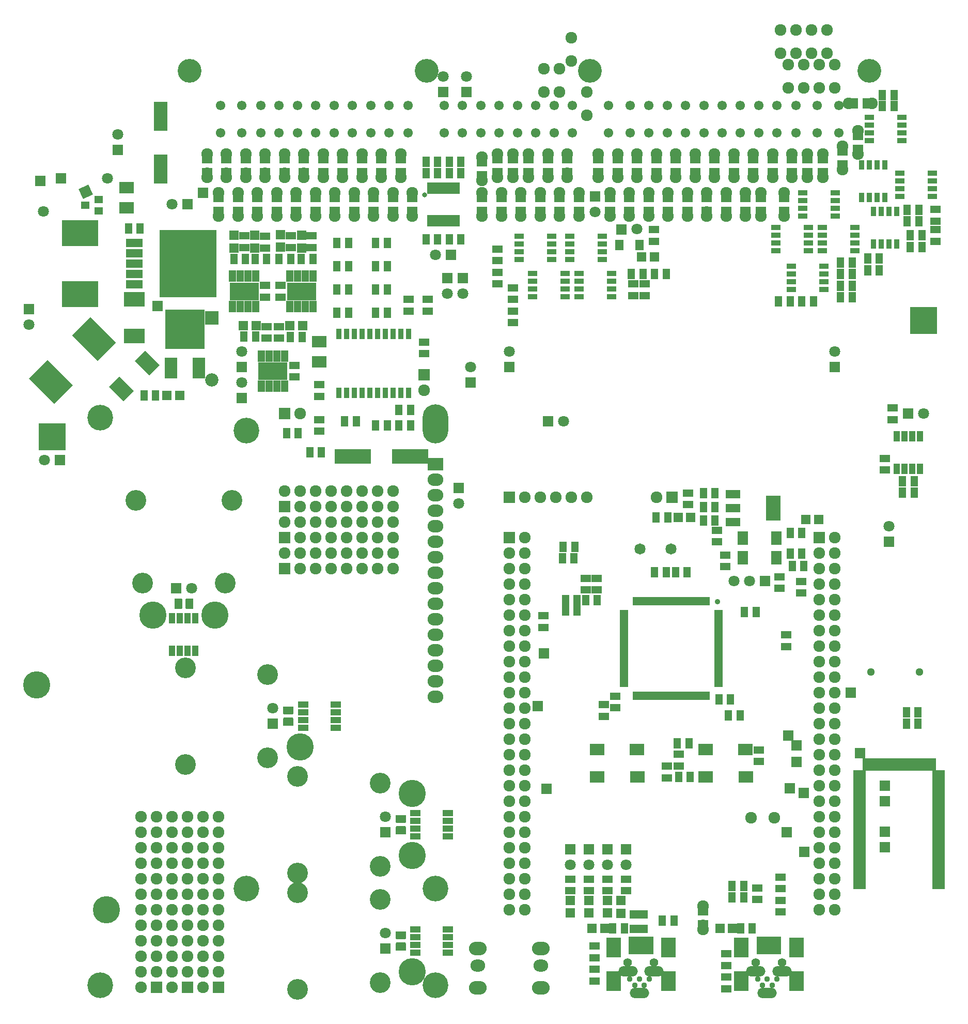
<source format=gts>
G04 (created by PCBNEW (2013-07-07 BZR 4022)-stable) date 03/11/2014 14:59:00*
%MOIN*%
G04 Gerber Fmt 3.4, Leading zero omitted, Abs format*
%FSLAX34Y34*%
G01*
G70*
G90*
G04 APERTURE LIST*
%ADD10C,0.00393701*%
%ADD11C,0.165748*%
%ADD12O,0.100748X0.080748*%
%ADD13R,0.100748X0.080748*%
%ADD14O,0.165748X0.251968*%
%ADD15R,0.055748X0.025748*%
%ADD16R,0.025748X0.055748*%
%ADD17C,0.035748*%
%ADD18R,0.033448X0.074748*%
%ADD19C,0.032*%
%ADD20R,0.070748X0.050748*%
%ADD21C,0.075748*%
%ADD22R,0.023748X0.075748*%
%ADD23C,0.061048*%
%ADD24C,0.153548*%
%ADD25R,0.050748X0.070748*%
%ADD26R,0.070748X0.070748*%
%ADD27C,0.070748*%
%ADD28R,0.062948X0.062948*%
%ADD29R,0.075748X0.075748*%
%ADD30R,0.095748X0.159748*%
%ADD31R,0.095748X0.055748*%
%ADD32C,0.071748*%
%ADD33R,0.0433071X0.0551181*%
%ADD34R,0.0944882X0.0748031*%
%ADD35R,0.175748X0.175748*%
%ADD36R,0.133848X0.094448*%
%ADD37R,0.232248X0.167348*%
%ADD38R,0.105748X0.057748*%
%ADD39R,0.365748X0.435748*%
%ADD40R,0.080748X0.135748*%
%ADD41R,0.255748X0.255748*%
%ADD42R,0.090548X0.188948*%
%ADD43R,0.095748X0.075748*%
%ADD44R,0.055148X0.047248*%
%ADD45C,0.085748*%
%ADD46R,0.085748X0.085748*%
%ADD47R,0.232248X0.094448*%
%ADD48R,0.035748X0.065748*%
%ADD49C,0.050748*%
%ADD50R,0.060748X0.035748*%
%ADD51R,0.035748X0.060748*%
%ADD52R,0.053748X0.065748*%
%ADD53R,0.039348X0.070848*%
%ADD54R,0.190748X0.115748*%
%ADD55R,0.045748X0.075748*%
%ADD56C,0.037748*%
%ADD57O,0.125748X0.065748*%
%ADD58R,0.035748X0.115748*%
%ADD59R,0.0944882X0.125748*%
%ADD60C,0.055748*%
%ADD61O,0.094448X0.078748*%
%ADD62O,0.114148X0.086648*%
%ADD63R,0.082648X0.062948*%
%ADD64R,0.062948X0.078648*%
%ADD65R,0.062948X0.082648*%
%ADD66C,0.133848*%
%ADD67R,0.070848X0.039348*%
%ADD68R,0.060748X0.040748*%
%ADD69C,0.175748*%
%ADD70R,0.040748X0.060748*%
%ADD71R,0.0669291X0.0905512*%
G04 APERTURE END LIST*
G54D10*
G54D11*
X57295Y-42584D03*
X57295Y-72112D03*
X69500Y-72112D03*
G54D12*
X69500Y-58750D03*
X69500Y-59750D03*
G54D13*
X69500Y-44750D03*
G54D12*
X69500Y-45750D03*
X69500Y-46750D03*
X69500Y-47750D03*
X69500Y-48750D03*
X69500Y-49750D03*
X69500Y-50750D03*
X69500Y-51750D03*
X69500Y-52750D03*
X69500Y-53750D03*
X69500Y-54750D03*
X69500Y-55750D03*
X69500Y-56750D03*
X69500Y-57750D03*
G54D14*
X69500Y-42167D03*
G54D11*
X69500Y-78364D03*
X47845Y-41750D03*
X47846Y-78364D03*
G54D15*
X87750Y-54274D03*
X87750Y-58994D03*
X87750Y-58794D03*
X87750Y-58604D03*
X87750Y-58404D03*
X87750Y-58204D03*
X87750Y-58014D03*
X87750Y-57814D03*
X87750Y-57614D03*
X87750Y-57424D03*
X87750Y-57224D03*
X87750Y-57024D03*
X87750Y-56824D03*
X87750Y-56634D03*
X87750Y-56434D03*
X87750Y-56234D03*
X87750Y-56044D03*
X87750Y-55844D03*
X87750Y-55644D03*
X87750Y-55454D03*
X87750Y-55254D03*
X87750Y-55054D03*
X87750Y-54864D03*
X87750Y-54664D03*
X87750Y-54464D03*
G54D16*
X87060Y-59684D03*
X82340Y-59684D03*
X82540Y-59684D03*
X82730Y-59684D03*
X82930Y-59684D03*
X83130Y-59684D03*
X83320Y-59684D03*
X83520Y-59684D03*
X83720Y-59684D03*
X83910Y-59684D03*
X84110Y-59684D03*
X84310Y-59684D03*
X84510Y-59684D03*
X84700Y-59684D03*
X84900Y-59684D03*
X85100Y-59684D03*
X85290Y-59684D03*
X85490Y-59684D03*
X85690Y-59684D03*
X85880Y-59684D03*
X86080Y-59684D03*
X86280Y-59684D03*
X86470Y-59684D03*
X86670Y-59684D03*
X86870Y-59684D03*
X87060Y-53584D03*
X86860Y-53584D03*
X86670Y-53584D03*
X86470Y-53584D03*
X86270Y-53584D03*
X86080Y-53584D03*
X85880Y-53584D03*
X85680Y-53584D03*
X85490Y-53584D03*
X85290Y-53584D03*
X85090Y-53584D03*
X84890Y-53584D03*
X84700Y-53584D03*
X84500Y-53584D03*
X84300Y-53584D03*
X84110Y-53584D03*
X83910Y-53584D03*
X83710Y-53584D03*
X83520Y-53584D03*
X83320Y-53584D03*
X83120Y-53584D03*
X82930Y-53584D03*
X82730Y-53584D03*
X82530Y-53584D03*
X82340Y-53584D03*
G54D15*
X81650Y-54274D03*
X81650Y-54474D03*
X81650Y-54664D03*
X81650Y-54864D03*
X81650Y-55064D03*
X81650Y-55254D03*
X81650Y-55454D03*
X81650Y-55654D03*
X81650Y-55844D03*
X81650Y-56044D03*
X81650Y-56244D03*
X81650Y-56444D03*
X81650Y-56634D03*
X81650Y-56834D03*
X81650Y-57034D03*
X81650Y-57224D03*
X81650Y-57424D03*
X81650Y-57624D03*
X81650Y-57814D03*
X81650Y-58014D03*
X81650Y-58214D03*
X81650Y-58404D03*
X81650Y-58604D03*
X81650Y-58804D03*
X81650Y-58994D03*
G54D17*
X87700Y-53634D03*
G54D18*
X69125Y-29059D03*
X69375Y-29059D03*
X69625Y-29059D03*
X69875Y-29059D03*
X70125Y-29059D03*
X70375Y-29059D03*
X70625Y-29059D03*
X70875Y-29059D03*
X70875Y-26941D03*
X70625Y-26941D03*
X70375Y-26941D03*
X70125Y-26941D03*
X69875Y-26941D03*
X69625Y-26941D03*
X69375Y-26941D03*
X69125Y-26941D03*
G54D19*
X68800Y-27400D03*
G54D20*
X78000Y-25875D03*
X78000Y-25125D03*
G54D21*
X78000Y-24750D03*
X78000Y-26250D03*
G54D22*
X78000Y-25000D03*
X78000Y-26000D03*
G54D20*
X61000Y-25875D03*
X61000Y-25125D03*
G54D21*
X61000Y-24750D03*
X61000Y-26250D03*
G54D22*
X61000Y-25000D03*
X61000Y-26000D03*
G54D20*
X59750Y-25875D03*
X59750Y-25125D03*
G54D21*
X59750Y-24750D03*
X59750Y-26250D03*
G54D22*
X59750Y-25000D03*
X59750Y-26000D03*
G54D20*
X58500Y-25875D03*
X58500Y-25125D03*
G54D21*
X58500Y-24750D03*
X58500Y-26250D03*
G54D22*
X58500Y-25000D03*
X58500Y-26000D03*
G54D20*
X57250Y-25875D03*
X57250Y-25125D03*
G54D21*
X57250Y-24750D03*
X57250Y-26250D03*
G54D22*
X57250Y-25000D03*
X57250Y-26000D03*
G54D20*
X54750Y-25875D03*
X54750Y-25125D03*
G54D21*
X54750Y-24750D03*
X54750Y-26250D03*
G54D22*
X54750Y-26000D03*
X54750Y-25000D03*
G54D20*
X56000Y-25875D03*
X56000Y-25125D03*
G54D21*
X56000Y-24750D03*
X56000Y-26250D03*
G54D22*
X56000Y-26000D03*
X56000Y-25000D03*
G54D20*
X87000Y-28375D03*
X87000Y-27625D03*
G54D21*
X87000Y-27250D03*
X87000Y-28750D03*
G54D22*
X87000Y-28500D03*
X87000Y-27500D03*
G54D23*
X55621Y-21628D03*
X55621Y-23400D03*
X56998Y-23400D03*
X56998Y-21628D03*
X61762Y-21628D03*
X61762Y-23400D03*
X60581Y-23400D03*
X60581Y-21628D03*
X58219Y-21628D03*
X58219Y-23400D03*
X59400Y-23400D03*
X59400Y-21628D03*
X64124Y-21628D03*
X64124Y-23400D03*
X62943Y-23400D03*
X62943Y-21628D03*
X65305Y-21628D03*
X65305Y-23400D03*
X66486Y-23400D03*
X66486Y-21628D03*
X73592Y-21628D03*
X73592Y-23400D03*
X72411Y-23400D03*
X72411Y-21628D03*
X70049Y-21628D03*
X70049Y-23400D03*
X71230Y-23400D03*
X71230Y-21628D03*
X75955Y-21628D03*
X75955Y-23400D03*
X74774Y-23400D03*
X74774Y-21628D03*
X77136Y-21628D03*
X77136Y-23400D03*
X67707Y-21628D03*
X67707Y-23400D03*
X78317Y-23400D03*
X78317Y-21628D03*
X82036Y-23400D03*
X82036Y-21628D03*
X80658Y-23400D03*
X80658Y-21628D03*
X86801Y-23400D03*
X86801Y-21628D03*
X85620Y-23400D03*
X85620Y-21628D03*
X83258Y-23400D03*
X83258Y-21628D03*
X84439Y-23400D03*
X84439Y-21628D03*
X89163Y-23400D03*
X89163Y-21628D03*
X87982Y-23400D03*
X87982Y-21628D03*
X90344Y-23400D03*
X90344Y-21628D03*
X91525Y-23400D03*
X91525Y-21628D03*
X92746Y-23400D03*
X92746Y-21628D03*
X94124Y-23400D03*
X94124Y-21628D03*
G54D24*
X53632Y-19384D03*
X68927Y-19384D03*
X79439Y-19384D03*
G54D23*
X95502Y-23400D03*
X95502Y-21628D03*
G54D24*
X97490Y-19384D03*
G54D20*
X75500Y-25875D03*
X75500Y-25125D03*
G54D21*
X75500Y-24750D03*
X75500Y-26250D03*
G54D20*
X77500Y-28375D03*
X77500Y-27625D03*
G54D21*
X77500Y-27250D03*
X77500Y-28750D03*
G54D20*
X76750Y-25875D03*
X76750Y-25125D03*
G54D21*
X76750Y-24750D03*
X76750Y-26250D03*
G54D20*
X78750Y-28375D03*
X78750Y-27625D03*
G54D21*
X78750Y-27250D03*
X78750Y-28750D03*
G54D20*
X80750Y-28375D03*
X80750Y-27625D03*
G54D21*
X80750Y-27250D03*
X80750Y-28750D03*
G54D20*
X80000Y-25875D03*
X80000Y-25125D03*
G54D21*
X80000Y-24750D03*
X80000Y-26250D03*
G54D20*
X82000Y-28375D03*
X82000Y-27625D03*
G54D21*
X82000Y-27250D03*
X82000Y-28750D03*
G54D20*
X81250Y-25875D03*
X81250Y-25125D03*
G54D21*
X81250Y-24750D03*
X81250Y-26250D03*
G54D20*
X83250Y-28375D03*
X83250Y-27625D03*
G54D21*
X83250Y-27250D03*
X83250Y-28750D03*
G54D20*
X82500Y-25875D03*
X82500Y-25125D03*
G54D21*
X82500Y-24750D03*
X82500Y-26250D03*
G54D20*
X84500Y-28375D03*
X84500Y-27625D03*
G54D21*
X84500Y-27250D03*
X84500Y-28750D03*
G54D20*
X83750Y-25875D03*
X83750Y-25125D03*
G54D21*
X83750Y-24750D03*
X83750Y-26250D03*
G54D20*
X85750Y-28375D03*
X85750Y-27625D03*
G54D21*
X85750Y-27250D03*
X85750Y-28750D03*
G54D20*
X85000Y-25875D03*
X85000Y-25125D03*
G54D21*
X85000Y-24750D03*
X85000Y-26250D03*
G54D20*
X76250Y-28375D03*
X76250Y-27625D03*
G54D21*
X76250Y-27250D03*
X76250Y-28750D03*
G54D20*
X86250Y-25875D03*
X86250Y-25125D03*
G54D21*
X86250Y-24750D03*
X86250Y-26250D03*
G54D20*
X88250Y-28375D03*
X88250Y-27625D03*
G54D21*
X88250Y-27250D03*
X88250Y-28750D03*
G54D20*
X87500Y-25875D03*
X87500Y-25125D03*
G54D21*
X87500Y-24750D03*
X87500Y-26250D03*
G54D20*
X89500Y-28375D03*
X89500Y-27625D03*
G54D21*
X89500Y-27250D03*
X89500Y-28750D03*
G54D20*
X88750Y-25875D03*
X88750Y-25125D03*
G54D21*
X88750Y-24750D03*
X88750Y-26250D03*
G54D20*
X90500Y-28375D03*
X90500Y-27625D03*
G54D21*
X90500Y-27250D03*
X90500Y-28750D03*
G54D20*
X90000Y-25875D03*
X90000Y-25125D03*
G54D21*
X90000Y-24750D03*
X90000Y-26250D03*
G54D20*
X92000Y-28375D03*
X92000Y-27625D03*
G54D21*
X92000Y-27250D03*
X92000Y-28750D03*
G54D20*
X91250Y-25875D03*
X91250Y-25125D03*
G54D21*
X91250Y-24750D03*
X91250Y-26250D03*
G54D20*
X93500Y-25875D03*
X93500Y-25125D03*
G54D21*
X93500Y-24750D03*
X93500Y-26250D03*
G54D20*
X92500Y-25875D03*
X92500Y-25125D03*
G54D21*
X92500Y-24750D03*
X92500Y-26250D03*
G54D20*
X95750Y-25375D03*
X95750Y-24625D03*
G54D21*
X95750Y-24250D03*
X95750Y-25750D03*
G54D20*
X94500Y-25875D03*
X94500Y-25125D03*
G54D21*
X94500Y-24750D03*
X94500Y-26250D03*
G54D20*
X96750Y-24375D03*
X96750Y-23625D03*
G54D21*
X96750Y-23250D03*
X96750Y-24750D03*
G54D25*
X97275Y-21500D03*
X96525Y-21500D03*
G54D21*
X96150Y-21500D03*
X97650Y-21500D03*
G54D20*
X65500Y-28375D03*
X65500Y-27625D03*
G54D21*
X65500Y-27250D03*
X65500Y-28750D03*
G54D20*
X56750Y-28375D03*
X56750Y-27625D03*
G54D21*
X56750Y-27250D03*
X56750Y-28750D03*
G54D20*
X58000Y-28375D03*
X58000Y-27625D03*
G54D21*
X58000Y-27250D03*
X58000Y-28750D03*
G54D20*
X59250Y-28375D03*
X59250Y-27625D03*
G54D21*
X59250Y-27250D03*
X59250Y-28750D03*
G54D20*
X60500Y-28375D03*
X60500Y-27625D03*
G54D21*
X60500Y-27250D03*
X60500Y-28750D03*
G54D20*
X61750Y-28375D03*
X61750Y-27625D03*
G54D21*
X61750Y-27250D03*
X61750Y-28750D03*
G54D20*
X63000Y-28375D03*
X63000Y-27625D03*
G54D21*
X63000Y-27250D03*
X63000Y-28750D03*
G54D20*
X62250Y-25875D03*
X62250Y-25125D03*
G54D21*
X62250Y-24750D03*
X62250Y-26250D03*
G54D20*
X64250Y-28375D03*
X64250Y-27625D03*
G54D21*
X64250Y-27250D03*
X64250Y-28750D03*
G54D20*
X63500Y-25875D03*
X63500Y-25125D03*
G54D21*
X63500Y-24750D03*
X63500Y-26250D03*
G54D20*
X55500Y-28375D03*
X55500Y-27625D03*
G54D21*
X55500Y-27250D03*
X55500Y-28750D03*
G54D20*
X64750Y-25875D03*
X64750Y-25125D03*
G54D21*
X64750Y-24750D03*
X64750Y-26250D03*
G54D20*
X66750Y-28375D03*
X66750Y-27625D03*
G54D21*
X66750Y-27250D03*
X66750Y-28750D03*
G54D20*
X66000Y-25875D03*
X66000Y-25125D03*
G54D21*
X66000Y-24750D03*
X66000Y-26250D03*
G54D20*
X68000Y-28375D03*
X68000Y-27625D03*
G54D21*
X68000Y-27250D03*
X68000Y-28750D03*
G54D20*
X67250Y-25875D03*
X67250Y-25125D03*
G54D21*
X67250Y-24750D03*
X67250Y-26250D03*
G54D20*
X72500Y-28375D03*
X72500Y-27625D03*
G54D21*
X72500Y-27250D03*
X72500Y-28750D03*
G54D20*
X72500Y-26075D03*
X72500Y-25325D03*
G54D21*
X72500Y-24950D03*
X72500Y-26450D03*
G54D26*
X74250Y-38500D03*
G54D27*
X74250Y-37500D03*
G54D26*
X95250Y-38500D03*
G54D27*
X95250Y-37500D03*
G54D26*
X70500Y-31250D03*
G54D27*
X69500Y-31250D03*
G54D20*
X90350Y-63934D03*
X90350Y-63184D03*
G54D25*
X84975Y-51734D03*
X85725Y-51734D03*
X84375Y-51734D03*
X83625Y-51734D03*
G54D20*
X84425Y-64984D03*
X84425Y-64234D03*
G54D25*
X77875Y-53534D03*
X78625Y-53534D03*
X77875Y-54184D03*
X78625Y-54184D03*
G54D20*
X79200Y-52109D03*
X79200Y-52859D03*
X79900Y-52109D03*
X79900Y-52859D03*
X87650Y-49759D03*
X87650Y-49009D03*
G54D25*
X78475Y-50084D03*
X77725Y-50084D03*
X83725Y-48184D03*
X84475Y-48184D03*
G54D20*
X81100Y-60459D03*
X81100Y-59709D03*
G54D25*
X88525Y-59934D03*
X87775Y-59934D03*
X90175Y-54284D03*
X89425Y-54284D03*
G54D20*
X80350Y-60259D03*
X80350Y-61009D03*
X93100Y-53059D03*
X93100Y-52309D03*
G54D25*
X88400Y-60959D03*
X89150Y-60959D03*
X86775Y-48384D03*
X87525Y-48384D03*
X87525Y-47534D03*
X86775Y-47534D03*
G54D28*
X85137Y-48184D03*
X85963Y-48184D03*
G54D25*
X78425Y-50834D03*
X77675Y-50834D03*
G54D26*
X78200Y-69584D03*
G54D27*
X78200Y-70584D03*
G54D26*
X79400Y-69584D03*
G54D27*
X79400Y-70584D03*
G54D26*
X80600Y-69584D03*
G54D27*
X80600Y-70584D03*
G54D26*
X81800Y-69584D03*
G54D27*
X81800Y-70584D03*
G54D26*
X90750Y-52284D03*
G54D27*
X89750Y-52284D03*
X88750Y-52284D03*
G54D29*
X74250Y-49484D03*
G54D21*
X75250Y-49484D03*
X74250Y-50484D03*
X75250Y-50484D03*
X74250Y-51484D03*
X75250Y-51484D03*
X74250Y-52484D03*
X75250Y-52484D03*
X74250Y-53484D03*
X75250Y-53484D03*
X74250Y-54484D03*
X75250Y-54484D03*
X74250Y-55484D03*
X75250Y-55484D03*
X74250Y-56484D03*
X75250Y-56484D03*
X74250Y-57484D03*
X75250Y-57484D03*
X74250Y-58484D03*
X75250Y-58484D03*
X74250Y-59484D03*
X75250Y-59484D03*
X74250Y-60484D03*
X75250Y-60484D03*
X74250Y-61484D03*
X75250Y-61484D03*
X74250Y-62484D03*
X75250Y-62484D03*
X74250Y-63484D03*
X75250Y-63484D03*
X74250Y-64484D03*
X75250Y-64484D03*
X74250Y-65484D03*
X75250Y-65484D03*
X74250Y-66484D03*
X75250Y-66484D03*
X74250Y-67484D03*
X75250Y-67484D03*
X74250Y-68484D03*
X75250Y-68484D03*
X74250Y-69484D03*
X75250Y-69484D03*
X74250Y-70484D03*
X75250Y-70484D03*
X74250Y-71484D03*
X75250Y-71484D03*
X74250Y-72484D03*
X75250Y-72484D03*
X74250Y-73484D03*
X75250Y-73484D03*
G54D29*
X94250Y-49484D03*
G54D21*
X95250Y-49484D03*
X94250Y-50484D03*
X95250Y-50484D03*
X94250Y-51484D03*
X95250Y-51484D03*
X94250Y-52484D03*
X95250Y-52484D03*
X94250Y-53484D03*
X95250Y-53484D03*
X94250Y-54484D03*
X95250Y-54484D03*
X94250Y-55484D03*
X95250Y-55484D03*
X94250Y-56484D03*
X95250Y-56484D03*
X94250Y-57484D03*
X95250Y-57484D03*
X94250Y-58484D03*
X95250Y-58484D03*
X94250Y-59484D03*
X95250Y-59484D03*
X94250Y-60484D03*
X95250Y-60484D03*
X94250Y-61484D03*
X95250Y-61484D03*
X94250Y-62484D03*
X95250Y-62484D03*
X94250Y-63484D03*
X95250Y-63484D03*
X94250Y-64484D03*
X95250Y-64484D03*
X94250Y-65484D03*
X95250Y-65484D03*
X94250Y-66484D03*
X95250Y-66484D03*
X94250Y-67484D03*
X95250Y-67484D03*
X94250Y-68484D03*
X95250Y-68484D03*
X94250Y-69484D03*
X95250Y-69484D03*
X94250Y-70484D03*
X95250Y-70484D03*
X94250Y-71484D03*
X95250Y-71484D03*
X94250Y-72484D03*
X95250Y-72484D03*
X94250Y-73484D03*
X95250Y-73484D03*
G54D29*
X84750Y-46884D03*
G54D21*
X83750Y-46884D03*
G54D29*
X74250Y-46884D03*
G54D21*
X75250Y-46884D03*
X76250Y-46884D03*
X77250Y-46884D03*
X78250Y-46884D03*
X79250Y-46884D03*
G54D25*
X85100Y-62759D03*
X85850Y-62759D03*
G54D20*
X85200Y-64209D03*
X85200Y-63459D03*
G54D25*
X85175Y-64934D03*
X85925Y-64934D03*
G54D20*
X92125Y-55759D03*
X92125Y-56509D03*
X76450Y-54525D03*
X76450Y-55275D03*
X78200Y-72259D03*
X78200Y-71509D03*
X79400Y-72259D03*
X79400Y-71509D03*
X80600Y-72259D03*
X80600Y-71509D03*
X81800Y-72259D03*
X81800Y-71509D03*
G54D25*
X79925Y-53534D03*
X79175Y-53534D03*
G54D20*
X85800Y-47359D03*
X85800Y-46609D03*
G54D25*
X80925Y-74700D03*
X81675Y-74700D03*
X93125Y-49184D03*
X92375Y-49184D03*
G54D30*
X91300Y-47584D03*
G54D31*
X88700Y-47584D03*
X88700Y-48484D03*
X88700Y-46684D03*
G54D32*
X82700Y-50234D03*
X84700Y-50234D03*
G54D20*
X79750Y-76575D03*
X79750Y-75825D03*
X79750Y-77325D03*
X79750Y-78075D03*
X91700Y-52759D03*
X91700Y-52009D03*
X88200Y-51359D03*
X88200Y-50609D03*
G54D33*
X82974Y-73777D03*
X82600Y-73777D03*
X82225Y-73777D03*
X82225Y-74722D03*
X82600Y-74722D03*
X82974Y-74722D03*
G54D34*
X86920Y-63148D03*
X89479Y-63148D03*
X89518Y-64919D03*
X86920Y-64919D03*
X79920Y-63148D03*
X82479Y-63148D03*
X82518Y-64919D03*
X79920Y-64919D03*
G54D35*
X101000Y-35500D03*
G54D28*
X80590Y-72871D03*
X80590Y-73697D03*
X78190Y-72871D03*
X78190Y-73697D03*
X79390Y-72871D03*
X79390Y-73697D03*
X81450Y-72887D03*
X81450Y-73713D03*
X80413Y-74700D03*
X79587Y-74700D03*
X93377Y-48324D03*
X94203Y-48324D03*
G54D25*
X84125Y-74200D03*
X84875Y-74200D03*
X86775Y-46624D03*
X87525Y-46624D03*
X92515Y-51324D03*
X93265Y-51324D03*
X92375Y-50504D03*
X93125Y-50504D03*
X69625Y-26000D03*
X68875Y-26000D03*
X71125Y-26000D03*
X70375Y-26000D03*
X69625Y-25250D03*
X68875Y-25250D03*
X71125Y-25250D03*
X70375Y-25250D03*
X68875Y-30250D03*
X69625Y-30250D03*
X70375Y-30250D03*
X71125Y-30250D03*
G54D36*
X50056Y-36491D03*
X50056Y-34129D03*
G54D10*
G36*
X49360Y-40702D02*
X48413Y-39755D01*
X49081Y-39087D01*
X50028Y-40034D01*
X49360Y-40702D01*
X49360Y-40702D01*
G37*
G36*
X51030Y-39032D02*
X50084Y-38085D01*
X50751Y-37417D01*
X51698Y-38364D01*
X51030Y-39032D01*
X51030Y-39032D01*
G37*
G54D37*
X46556Y-29851D03*
X46556Y-33769D03*
G54D10*
G36*
X47211Y-35262D02*
X48854Y-36904D01*
X47670Y-38087D01*
X46028Y-36445D01*
X47211Y-35262D01*
X47211Y-35262D01*
G37*
G36*
X44441Y-38032D02*
X46083Y-39674D01*
X44900Y-40858D01*
X43258Y-39215D01*
X44441Y-38032D01*
X44441Y-38032D01*
G37*
G54D25*
X50681Y-40310D03*
X51431Y-40310D03*
G54D28*
X52143Y-40310D03*
X52969Y-40310D03*
G54D38*
X50056Y-30470D03*
G54D39*
X53506Y-31810D03*
G54D38*
X50056Y-31810D03*
X50056Y-31140D03*
X50056Y-32480D03*
X50056Y-33150D03*
G54D40*
X52406Y-38560D03*
G54D41*
X53306Y-36060D03*
G54D40*
X54206Y-38560D03*
G54D42*
X51750Y-25732D03*
X51750Y-22307D03*
G54D25*
X49681Y-29560D03*
X50431Y-29560D03*
G54D26*
X51556Y-34560D03*
G54D43*
X49556Y-28210D03*
X49556Y-26910D03*
G54D44*
X46873Y-28060D03*
X47739Y-27685D03*
X47739Y-28435D03*
G54D45*
X55056Y-39310D03*
G54D46*
X55056Y-35310D03*
G54D10*
G36*
X46744Y-27646D02*
X46445Y-27005D01*
X47086Y-26706D01*
X47385Y-27347D01*
X46744Y-27646D01*
X46744Y-27646D01*
G37*
G54D27*
X44196Y-28443D03*
G54D26*
X45306Y-26310D03*
G54D27*
X48306Y-26310D03*
G54D26*
X53500Y-28000D03*
G54D27*
X52500Y-28000D03*
G54D43*
X62000Y-38150D03*
X62000Y-36850D03*
G54D25*
X67875Y-42250D03*
X67125Y-42250D03*
X65625Y-42250D03*
X66375Y-42250D03*
G54D47*
X64150Y-44250D03*
X67850Y-44250D03*
G54D48*
X67750Y-36350D03*
X67250Y-36350D03*
X66750Y-36350D03*
X66250Y-36350D03*
X65750Y-36350D03*
X65250Y-36350D03*
X64750Y-36350D03*
X64250Y-36350D03*
X63750Y-36350D03*
X63250Y-36350D03*
X63250Y-40150D03*
X63750Y-40150D03*
X64250Y-40150D03*
X64750Y-40150D03*
X65250Y-40150D03*
X65750Y-40150D03*
X66250Y-40150D03*
X66750Y-40150D03*
X67250Y-40150D03*
X67750Y-40150D03*
G54D29*
X59750Y-41500D03*
G54D21*
X60750Y-41500D03*
G54D26*
X76750Y-42000D03*
G54D27*
X77750Y-42000D03*
G54D26*
X71750Y-39500D03*
G54D27*
X71750Y-38500D03*
G54D20*
X88250Y-76325D03*
X88250Y-77075D03*
G54D25*
X88625Y-71950D03*
X89375Y-71950D03*
X89375Y-72700D03*
X88625Y-72700D03*
G54D20*
X90250Y-72075D03*
X90250Y-72825D03*
X88250Y-77825D03*
X88250Y-78575D03*
G54D25*
X89925Y-74700D03*
X89175Y-74700D03*
X100625Y-60750D03*
X99875Y-60750D03*
X99875Y-61500D03*
X100625Y-61500D03*
G54D28*
X88663Y-74700D03*
X87837Y-74700D03*
G54D49*
X97576Y-58158D03*
X100725Y-58158D03*
G54D20*
X83000Y-33125D03*
X83000Y-33875D03*
G54D25*
X83625Y-32500D03*
X84375Y-32500D03*
G54D20*
X73500Y-32375D03*
X73500Y-33125D03*
X74500Y-34875D03*
X74500Y-35625D03*
G54D25*
X95625Y-34000D03*
X96375Y-34000D03*
X92375Y-34250D03*
X91625Y-34250D03*
X96375Y-33250D03*
X95625Y-33250D03*
X93875Y-34250D03*
X93125Y-34250D03*
G54D20*
X73500Y-30875D03*
X73500Y-31625D03*
X74500Y-33375D03*
X74500Y-34125D03*
G54D25*
X82125Y-32500D03*
X82875Y-32500D03*
G54D20*
X82250Y-33875D03*
X82250Y-33125D03*
G54D50*
X92450Y-33500D03*
X94550Y-33500D03*
X92450Y-33000D03*
X92450Y-32500D03*
X92450Y-32000D03*
X94550Y-33000D03*
X94550Y-32500D03*
X94550Y-32000D03*
X91450Y-31000D03*
X93550Y-31000D03*
X91450Y-30500D03*
X91450Y-30000D03*
X91450Y-29500D03*
X93550Y-30500D03*
X93550Y-30000D03*
X93550Y-29500D03*
X77000Y-30050D03*
X74900Y-30050D03*
X77000Y-30550D03*
X77000Y-31050D03*
X77000Y-31550D03*
X74900Y-30550D03*
X74900Y-31050D03*
X74900Y-31550D03*
X78150Y-31550D03*
X80250Y-31550D03*
X78150Y-31050D03*
X78150Y-30550D03*
X78150Y-30050D03*
X80250Y-31050D03*
X80250Y-30550D03*
X80250Y-30050D03*
X78750Y-33950D03*
X80850Y-33950D03*
X78750Y-33450D03*
X78750Y-32950D03*
X78750Y-32450D03*
X80850Y-33450D03*
X80850Y-32950D03*
X80850Y-32450D03*
X77850Y-32450D03*
X75750Y-32450D03*
X77850Y-32950D03*
X77850Y-33450D03*
X77850Y-33950D03*
X75750Y-32950D03*
X75750Y-33450D03*
X75750Y-33950D03*
G54D51*
X97000Y-25450D03*
X97000Y-27550D03*
X97500Y-25450D03*
X98000Y-25450D03*
X98500Y-25450D03*
X97500Y-27550D03*
X98000Y-27550D03*
X98500Y-27550D03*
G54D50*
X97500Y-23900D03*
X99600Y-23900D03*
X97500Y-23400D03*
X97500Y-22900D03*
X97500Y-22400D03*
X99600Y-23400D03*
X99600Y-22900D03*
X99600Y-22400D03*
X99450Y-27500D03*
X101550Y-27500D03*
X99450Y-27000D03*
X99450Y-26500D03*
X99450Y-26000D03*
X101550Y-27000D03*
X101550Y-26500D03*
X101550Y-26000D03*
G54D51*
X97750Y-28450D03*
X97750Y-30550D03*
X98250Y-28450D03*
X98750Y-28450D03*
X99250Y-28450D03*
X98250Y-30550D03*
X98750Y-30550D03*
X99250Y-30550D03*
G54D50*
X94450Y-31000D03*
X96550Y-31000D03*
X94450Y-30500D03*
X94450Y-30000D03*
X94450Y-29500D03*
X96550Y-30500D03*
X96550Y-30000D03*
X96550Y-29500D03*
X93200Y-28750D03*
X95300Y-28750D03*
X93200Y-28250D03*
X93200Y-27750D03*
X93200Y-27250D03*
X95300Y-28250D03*
X95300Y-27750D03*
X95300Y-27250D03*
G54D25*
X99075Y-20950D03*
X98325Y-20950D03*
G54D20*
X101750Y-28325D03*
X101750Y-29075D03*
G54D25*
X100675Y-28350D03*
X99925Y-28350D03*
X100875Y-30000D03*
X100125Y-30000D03*
X98125Y-31500D03*
X97375Y-31500D03*
X96375Y-31750D03*
X95625Y-31750D03*
G54D52*
X82640Y-30610D03*
X81350Y-30610D03*
G54D20*
X83600Y-29625D03*
X83600Y-30375D03*
G54D26*
X81500Y-29625D03*
G54D27*
X82500Y-29600D03*
G54D26*
X79800Y-27500D03*
G54D27*
X79800Y-28500D03*
G54D25*
X97375Y-32250D03*
X98125Y-32250D03*
X95625Y-32500D03*
X96375Y-32500D03*
X99925Y-29100D03*
X100675Y-29100D03*
X100125Y-30750D03*
X100875Y-30750D03*
G54D20*
X101750Y-29625D03*
X101750Y-30375D03*
G54D25*
X98325Y-21650D03*
X99075Y-21650D03*
G54D28*
X83613Y-31400D03*
X82787Y-31400D03*
G54D25*
X99625Y-46600D03*
X100375Y-46600D03*
X100375Y-45850D03*
X99625Y-45850D03*
G54D20*
X98500Y-44375D03*
X98500Y-45125D03*
G54D53*
X99250Y-42950D03*
X99250Y-45050D03*
X99750Y-42950D03*
X100250Y-42950D03*
X100750Y-42950D03*
X99750Y-45050D03*
X100250Y-45050D03*
X100750Y-45050D03*
G54D20*
X99000Y-41125D03*
X99000Y-41875D03*
G54D26*
X100000Y-41500D03*
G54D27*
X101000Y-41500D03*
G54D54*
X59000Y-38755D03*
G54D55*
X59750Y-37780D03*
X59250Y-37780D03*
X58750Y-37780D03*
X58250Y-37780D03*
X59750Y-39730D03*
X59250Y-39730D03*
X58750Y-39730D03*
X58250Y-39730D03*
G54D54*
X60850Y-33605D03*
G54D55*
X61600Y-32630D03*
X61100Y-32630D03*
X60600Y-32630D03*
X60100Y-32630D03*
X61600Y-34580D03*
X61100Y-34580D03*
X60600Y-34580D03*
X60100Y-34580D03*
G54D54*
X57150Y-33605D03*
G54D55*
X57900Y-32630D03*
X57400Y-32630D03*
X56900Y-32630D03*
X56400Y-32630D03*
X57900Y-34580D03*
X57400Y-34580D03*
X56900Y-34580D03*
X56400Y-34580D03*
G54D25*
X60875Y-36555D03*
X60125Y-36555D03*
G54D20*
X59400Y-35880D03*
X59400Y-36630D03*
G54D25*
X59400Y-31505D03*
X60150Y-31505D03*
X57850Y-31530D03*
X58600Y-31530D03*
G54D20*
X58500Y-30055D03*
X58500Y-30805D03*
X59500Y-33980D03*
X59500Y-33230D03*
X57150Y-30030D03*
X57150Y-30780D03*
G54D25*
X56475Y-31505D03*
X57225Y-31505D03*
G54D20*
X58600Y-35880D03*
X58600Y-36630D03*
G54D25*
X57125Y-36505D03*
X57875Y-36505D03*
G54D20*
X58500Y-33980D03*
X58500Y-33230D03*
X60150Y-30030D03*
X60150Y-30780D03*
X60400Y-39130D03*
X60400Y-38380D03*
X61500Y-30030D03*
X61500Y-30780D03*
G54D25*
X60825Y-31505D03*
X61575Y-31505D03*
G54D28*
X60913Y-35805D03*
X60087Y-35805D03*
X59475Y-30768D03*
X59475Y-29942D03*
X57825Y-30818D03*
X57825Y-29992D03*
X56500Y-30818D03*
X56500Y-29992D03*
X60850Y-30818D03*
X60850Y-29992D03*
X57087Y-35805D03*
X57913Y-35805D03*
G54D26*
X57000Y-38500D03*
G54D27*
X57000Y-37500D03*
G54D26*
X57000Y-40500D03*
G54D27*
X57000Y-39500D03*
G54D29*
X68750Y-39000D03*
G54D21*
X68750Y-40000D03*
G54D20*
X74500Y-25875D03*
X74500Y-25125D03*
G54D21*
X74500Y-24750D03*
X74500Y-26250D03*
G54D20*
X75000Y-28375D03*
X75000Y-27625D03*
G54D21*
X75000Y-27250D03*
X75000Y-28750D03*
G54D20*
X73500Y-25875D03*
X73500Y-25125D03*
G54D21*
X73500Y-24750D03*
X73500Y-26250D03*
G54D20*
X73750Y-28375D03*
X73750Y-27625D03*
G54D21*
X73750Y-27250D03*
X73750Y-28750D03*
G54D56*
X82020Y-77953D03*
X82335Y-78346D03*
X82650Y-77953D03*
X82964Y-78346D03*
X83279Y-77953D03*
G54D57*
X82650Y-78838D03*
X81901Y-77461D03*
X83594Y-77461D03*
G54D58*
X82120Y-75800D03*
X82435Y-75800D03*
X82750Y-75800D03*
X83064Y-75800D03*
X83379Y-75800D03*
G54D59*
X80978Y-78081D03*
X84521Y-78081D03*
X80978Y-75915D03*
X84521Y-75915D03*
G54D60*
X81900Y-76900D03*
X83600Y-76900D03*
G54D58*
X90370Y-75800D03*
X90685Y-75800D03*
X91000Y-75800D03*
X91314Y-75800D03*
X91629Y-75800D03*
G54D59*
X89228Y-78081D03*
X92771Y-78081D03*
X89228Y-75915D03*
X92771Y-75915D03*
G54D60*
X90150Y-76900D03*
X91850Y-76900D03*
G54D56*
X90270Y-77953D03*
X90585Y-78346D03*
X90900Y-77953D03*
X91214Y-78346D03*
X91529Y-77953D03*
G54D57*
X90900Y-78838D03*
X90151Y-77461D03*
X91844Y-77461D03*
G54D26*
X71500Y-20750D03*
G54D27*
X71500Y-19750D03*
G54D26*
X70000Y-20750D03*
G54D27*
X70000Y-19750D03*
G54D61*
X72222Y-77072D03*
X76278Y-77072D03*
G54D62*
X76278Y-75970D03*
X72222Y-75970D03*
X76278Y-78530D03*
X72222Y-78530D03*
G54D63*
X101959Y-65957D03*
X101959Y-65366D03*
X101959Y-64776D03*
X101959Y-66547D03*
X101959Y-67138D03*
X101959Y-67728D03*
X101959Y-68319D03*
X101959Y-68909D03*
X101959Y-69500D03*
X101959Y-70091D03*
X101959Y-70681D03*
X101959Y-71272D03*
X101959Y-71862D03*
G54D64*
X101467Y-64108D03*
G54D65*
X100875Y-64126D03*
X100285Y-64126D03*
X99695Y-64126D03*
X99105Y-64126D03*
X98515Y-64126D03*
X97925Y-64126D03*
G54D64*
X97335Y-64107D03*
G54D63*
X96841Y-64776D03*
X96841Y-65366D03*
X96841Y-65958D03*
X96841Y-66547D03*
X96841Y-67138D03*
X96841Y-67728D03*
X96841Y-68319D03*
X96841Y-68909D03*
X96841Y-69500D03*
X96841Y-70091D03*
X96841Y-70681D03*
X96841Y-71272D03*
X96841Y-71862D03*
G54D26*
X70250Y-32750D03*
G54D27*
X70250Y-33750D03*
G54D26*
X71250Y-32750D03*
G54D27*
X71250Y-33750D03*
G54D26*
X71000Y-46300D03*
G54D27*
X71000Y-47300D03*
G54D26*
X92800Y-62900D03*
X93300Y-69750D03*
X96300Y-59500D03*
X92250Y-62250D03*
X96900Y-63400D03*
X92800Y-63950D03*
X98500Y-65500D03*
X92350Y-65650D03*
X98500Y-66500D03*
X93250Y-65950D03*
X76650Y-65700D03*
X76100Y-60350D03*
X76500Y-56950D03*
X98500Y-68450D03*
X92150Y-68500D03*
X98500Y-69450D03*
G54D66*
X60593Y-78610D03*
X60593Y-72390D03*
X65907Y-78177D03*
X65907Y-72823D03*
G54D67*
X70300Y-74750D03*
X68200Y-74750D03*
X70300Y-75250D03*
X70300Y-75750D03*
X70300Y-76250D03*
X68200Y-75250D03*
X68200Y-75750D03*
X68200Y-76250D03*
G54D20*
X67250Y-75125D03*
X67250Y-75875D03*
G54D68*
X67250Y-75200D03*
X67250Y-75800D03*
G54D26*
X66250Y-76000D03*
G54D27*
X66250Y-75000D03*
G54D69*
X68000Y-77500D03*
X48250Y-73500D03*
G54D66*
X60593Y-71110D03*
X60593Y-64890D03*
X65907Y-70677D03*
X65907Y-65323D03*
G54D67*
X70300Y-67250D03*
X68200Y-67250D03*
X70300Y-67750D03*
X70300Y-68250D03*
X70300Y-68750D03*
X68200Y-67750D03*
X68200Y-68250D03*
X68200Y-68750D03*
G54D20*
X67250Y-67625D03*
X67250Y-68375D03*
G54D68*
X67250Y-67700D03*
X67250Y-68300D03*
G54D26*
X66250Y-68500D03*
G54D27*
X66250Y-67500D03*
G54D69*
X68000Y-70000D03*
X68000Y-66000D03*
G54D66*
X53343Y-64110D03*
X53343Y-57890D03*
X58657Y-63677D03*
X58657Y-58323D03*
G54D67*
X63050Y-60250D03*
X60950Y-60250D03*
X63050Y-60750D03*
X63050Y-61250D03*
X63050Y-61750D03*
X60950Y-60750D03*
X60950Y-61250D03*
X60950Y-61750D03*
G54D20*
X60000Y-60625D03*
X60000Y-61375D03*
G54D68*
X60000Y-60700D03*
X60000Y-61300D03*
G54D26*
X59000Y-61500D03*
G54D27*
X59000Y-60500D03*
G54D69*
X43750Y-59000D03*
X60750Y-63000D03*
G54D66*
X50140Y-47093D03*
X56360Y-47093D03*
X50573Y-52407D03*
X55927Y-52407D03*
G54D53*
X54000Y-56800D03*
X54000Y-54700D03*
X53500Y-56800D03*
X53000Y-56800D03*
X52500Y-56800D03*
X53500Y-54700D03*
X53000Y-54700D03*
X52500Y-54700D03*
G54D25*
X53625Y-53750D03*
X52875Y-53750D03*
G54D70*
X53550Y-53750D03*
X52950Y-53750D03*
G54D26*
X52750Y-52750D03*
G54D27*
X53750Y-52750D03*
G54D69*
X55250Y-54500D03*
X51250Y-54500D03*
G54D71*
X89317Y-50779D03*
X91482Y-50779D03*
X91482Y-49520D03*
X89317Y-49520D03*
G54D35*
X44750Y-43000D03*
G54D26*
X54500Y-27250D03*
X44000Y-26500D03*
G54D22*
X86750Y-73500D03*
G54D20*
X86750Y-74375D03*
X86750Y-73625D03*
G54D21*
X86750Y-73250D03*
X86750Y-74750D03*
G54D22*
X86750Y-74500D03*
G54D21*
X89850Y-67550D03*
X91350Y-67550D03*
G54D20*
X68750Y-37625D03*
X68750Y-36875D03*
X67750Y-34125D03*
X67750Y-34875D03*
X62000Y-42625D03*
X62000Y-41875D03*
X69000Y-34125D03*
X69000Y-34875D03*
G54D25*
X67875Y-41250D03*
X67125Y-41250D03*
G54D20*
X62000Y-40375D03*
X62000Y-39625D03*
G54D25*
X65625Y-33500D03*
X66375Y-33500D03*
X63125Y-30500D03*
X63875Y-30500D03*
X66375Y-30500D03*
X65625Y-30500D03*
X62125Y-44000D03*
X61375Y-44000D03*
X60625Y-42750D03*
X59875Y-42750D03*
X63875Y-33500D03*
X63125Y-33500D03*
X63625Y-42000D03*
X64375Y-42000D03*
G54D20*
X91750Y-71375D03*
X91750Y-72125D03*
X91750Y-72875D03*
X91750Y-73625D03*
G54D25*
X65625Y-35000D03*
X66375Y-35000D03*
X63875Y-35000D03*
X63125Y-35000D03*
X63125Y-32000D03*
X63875Y-32000D03*
X66375Y-32000D03*
X65625Y-32000D03*
G54D29*
X51500Y-78500D03*
G54D21*
X50500Y-78500D03*
X51500Y-77500D03*
X50500Y-77500D03*
X51500Y-76500D03*
X50500Y-76500D03*
X51500Y-75500D03*
X50500Y-75500D03*
X51500Y-74500D03*
X50500Y-74500D03*
X51500Y-73500D03*
X50500Y-73500D03*
X51500Y-72500D03*
X50500Y-72500D03*
X51500Y-71500D03*
X50500Y-71500D03*
X51500Y-70500D03*
X50500Y-70500D03*
X51500Y-69500D03*
X50500Y-69500D03*
X51500Y-68500D03*
X50500Y-68500D03*
X51500Y-67500D03*
X50500Y-67500D03*
G54D29*
X53500Y-78500D03*
G54D21*
X52500Y-78500D03*
X53500Y-77500D03*
X52500Y-77500D03*
X53500Y-76500D03*
X52500Y-76500D03*
X53500Y-75500D03*
X52500Y-75500D03*
X53500Y-74500D03*
X52500Y-74500D03*
X53500Y-73500D03*
X52500Y-73500D03*
X53500Y-72500D03*
X52500Y-72500D03*
X53500Y-71500D03*
X52500Y-71500D03*
X53500Y-70500D03*
X52500Y-70500D03*
X53500Y-69500D03*
X52500Y-69500D03*
X53500Y-68500D03*
X52500Y-68500D03*
X53500Y-67500D03*
X52500Y-67500D03*
G54D29*
X55500Y-78500D03*
G54D21*
X54500Y-78500D03*
X55500Y-77500D03*
X54500Y-77500D03*
X55500Y-76500D03*
X54500Y-76500D03*
X55500Y-75500D03*
X54500Y-75500D03*
X55500Y-74500D03*
X54500Y-74500D03*
X55500Y-73500D03*
X54500Y-73500D03*
X55500Y-72500D03*
X54500Y-72500D03*
X55500Y-71500D03*
X54500Y-71500D03*
X55500Y-70500D03*
X54500Y-70500D03*
X55500Y-69500D03*
X54500Y-69500D03*
X55500Y-68500D03*
X54500Y-68500D03*
X55500Y-67500D03*
X54500Y-67500D03*
G54D29*
X59750Y-47500D03*
G54D21*
X59750Y-46500D03*
X60750Y-47500D03*
X60750Y-46500D03*
X61750Y-47500D03*
X61750Y-46500D03*
X62750Y-47500D03*
X62750Y-46500D03*
X63750Y-47500D03*
X63750Y-46500D03*
X64750Y-47500D03*
X64750Y-46500D03*
X65750Y-47500D03*
X65750Y-46500D03*
X66750Y-47500D03*
X66750Y-46500D03*
G54D29*
X59750Y-49500D03*
G54D21*
X59750Y-48500D03*
X60750Y-49500D03*
X60750Y-48500D03*
X61750Y-49500D03*
X61750Y-48500D03*
X62750Y-49500D03*
X62750Y-48500D03*
X63750Y-49500D03*
X63750Y-48500D03*
X64750Y-49500D03*
X64750Y-48500D03*
X65750Y-49500D03*
X65750Y-48500D03*
X66750Y-49500D03*
X66750Y-48500D03*
G54D29*
X59750Y-51500D03*
G54D21*
X59750Y-50500D03*
X60750Y-51500D03*
X60750Y-50500D03*
X61750Y-51500D03*
X61750Y-50500D03*
X62750Y-51500D03*
X62750Y-50500D03*
X63750Y-51500D03*
X63750Y-50500D03*
X64750Y-51500D03*
X64750Y-50500D03*
X65750Y-51500D03*
X65750Y-50500D03*
X66750Y-51500D03*
X66750Y-50500D03*
G54D26*
X49000Y-24500D03*
G54D27*
X49000Y-23500D03*
G54D26*
X43250Y-34750D03*
G54D27*
X43250Y-35750D03*
G54D26*
X45250Y-44500D03*
G54D27*
X44250Y-44500D03*
G54D26*
X98750Y-49750D03*
G54D27*
X98750Y-48750D03*
G54D21*
X94250Y-19000D03*
X94250Y-20500D03*
X93750Y-16750D03*
X93750Y-18250D03*
X92750Y-16750D03*
X92750Y-18250D03*
X93250Y-19000D03*
X93250Y-20500D03*
X95250Y-19000D03*
X95250Y-20500D03*
X94750Y-16750D03*
X94750Y-18250D03*
X76500Y-19250D03*
X76500Y-20750D03*
X77500Y-19250D03*
X77500Y-20750D03*
X78250Y-17250D03*
X78250Y-18750D03*
X79250Y-20750D03*
X79250Y-22250D03*
X91750Y-16750D03*
X91750Y-18250D03*
X92250Y-19000D03*
X92250Y-20500D03*
M02*

</source>
